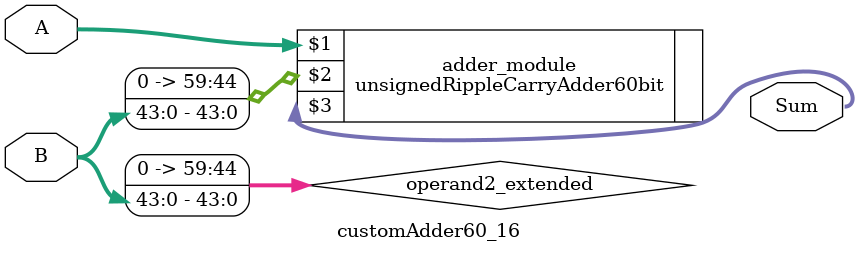
<source format=v>
module customAdder60_16(
                        input [59 : 0] A,
                        input [43 : 0] B,
                        
                        output [60 : 0] Sum
                );

        wire [59 : 0] operand2_extended;
        
        assign operand2_extended =  {16'b0, B};
        
        unsignedRippleCarryAdder60bit adder_module(
            A,
            operand2_extended,
            Sum
        );
        
        endmodule
        
</source>
